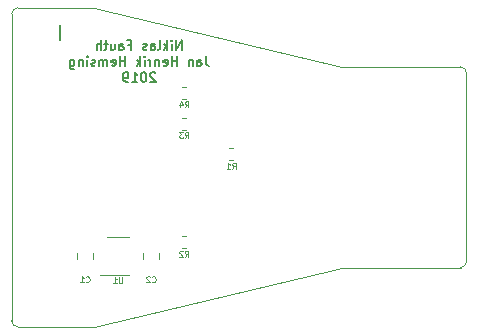
<source format=gbo>
G04 #@! TF.GenerationSoftware,KiCad,Pcbnew,5.0.1*
G04 #@! TF.CreationDate,2019-11-02T01:16:45+01:00*
G04 #@! TF.ProjectId,JlinkBreakout,4A6C696E6B427265616B6F75742E6B69,rev?*
G04 #@! TF.SameCoordinates,Original*
G04 #@! TF.FileFunction,Legend,Bot*
G04 #@! TF.FilePolarity,Positive*
%FSLAX46Y46*%
G04 Gerber Fmt 4.6, Leading zero omitted, Abs format (unit mm)*
G04 Created by KiCad (PCBNEW 5.0.1) date Sat 02 Nov 2019 01:16:45 AM CET*
%MOMM*%
%LPD*%
G01*
G04 APERTURE LIST*
%ADD10C,0.150000*%
%ADD11C,0.050000*%
%ADD12C,0.120000*%
%ADD13C,0.100000*%
G04 APERTURE END LIST*
D10*
X72400000Y-36561904D02*
X72400000Y-35761904D01*
X71942857Y-36561904D01*
X71942857Y-35761904D01*
X71561904Y-36561904D02*
X71561904Y-36028571D01*
X71561904Y-35761904D02*
X71600000Y-35800000D01*
X71561904Y-35838095D01*
X71523809Y-35800000D01*
X71561904Y-35761904D01*
X71561904Y-35838095D01*
X71180952Y-36561904D02*
X71180952Y-35761904D01*
X71104761Y-36257142D02*
X70876190Y-36561904D01*
X70876190Y-36028571D02*
X71180952Y-36333333D01*
X70419047Y-36561904D02*
X70495238Y-36523809D01*
X70533333Y-36447619D01*
X70533333Y-35761904D01*
X69771428Y-36561904D02*
X69771428Y-36142857D01*
X69809523Y-36066666D01*
X69885714Y-36028571D01*
X70038095Y-36028571D01*
X70114285Y-36066666D01*
X69771428Y-36523809D02*
X69847619Y-36561904D01*
X70038095Y-36561904D01*
X70114285Y-36523809D01*
X70152380Y-36447619D01*
X70152380Y-36371428D01*
X70114285Y-36295238D01*
X70038095Y-36257142D01*
X69847619Y-36257142D01*
X69771428Y-36219047D01*
X69428571Y-36523809D02*
X69352380Y-36561904D01*
X69200000Y-36561904D01*
X69123809Y-36523809D01*
X69085714Y-36447619D01*
X69085714Y-36409523D01*
X69123809Y-36333333D01*
X69200000Y-36295238D01*
X69314285Y-36295238D01*
X69390476Y-36257142D01*
X69428571Y-36180952D01*
X69428571Y-36142857D01*
X69390476Y-36066666D01*
X69314285Y-36028571D01*
X69200000Y-36028571D01*
X69123809Y-36066666D01*
X67866666Y-36142857D02*
X68133333Y-36142857D01*
X68133333Y-36561904D02*
X68133333Y-35761904D01*
X67752380Y-35761904D01*
X67104761Y-36561904D02*
X67104761Y-36142857D01*
X67142857Y-36066666D01*
X67219047Y-36028571D01*
X67371428Y-36028571D01*
X67447619Y-36066666D01*
X67104761Y-36523809D02*
X67180952Y-36561904D01*
X67371428Y-36561904D01*
X67447619Y-36523809D01*
X67485714Y-36447619D01*
X67485714Y-36371428D01*
X67447619Y-36295238D01*
X67371428Y-36257142D01*
X67180952Y-36257142D01*
X67104761Y-36219047D01*
X66380952Y-36028571D02*
X66380952Y-36561904D01*
X66723809Y-36028571D02*
X66723809Y-36447619D01*
X66685714Y-36523809D01*
X66609523Y-36561904D01*
X66495238Y-36561904D01*
X66419047Y-36523809D01*
X66380952Y-36485714D01*
X66114285Y-36028571D02*
X65809523Y-36028571D01*
X66000000Y-35761904D02*
X66000000Y-36447619D01*
X65961904Y-36523809D01*
X65885714Y-36561904D01*
X65809523Y-36561904D01*
X65542857Y-36561904D02*
X65542857Y-35761904D01*
X65200000Y-36561904D02*
X65200000Y-36142857D01*
X65238095Y-36066666D01*
X65314285Y-36028571D01*
X65428571Y-36028571D01*
X65504761Y-36066666D01*
X65542857Y-36104761D01*
X74438095Y-37111904D02*
X74438095Y-37683333D01*
X74476190Y-37797619D01*
X74552380Y-37873809D01*
X74666666Y-37911904D01*
X74742857Y-37911904D01*
X73714285Y-37911904D02*
X73714285Y-37492857D01*
X73752380Y-37416666D01*
X73828571Y-37378571D01*
X73980952Y-37378571D01*
X74057142Y-37416666D01*
X73714285Y-37873809D02*
X73790476Y-37911904D01*
X73980952Y-37911904D01*
X74057142Y-37873809D01*
X74095238Y-37797619D01*
X74095238Y-37721428D01*
X74057142Y-37645238D01*
X73980952Y-37607142D01*
X73790476Y-37607142D01*
X73714285Y-37569047D01*
X73333333Y-37378571D02*
X73333333Y-37911904D01*
X73333333Y-37454761D02*
X73295238Y-37416666D01*
X73219047Y-37378571D01*
X73104761Y-37378571D01*
X73028571Y-37416666D01*
X72990476Y-37492857D01*
X72990476Y-37911904D01*
X72000000Y-37911904D02*
X72000000Y-37111904D01*
X72000000Y-37492857D02*
X71542857Y-37492857D01*
X71542857Y-37911904D02*
X71542857Y-37111904D01*
X70857142Y-37873809D02*
X70933333Y-37911904D01*
X71085714Y-37911904D01*
X71161904Y-37873809D01*
X71200000Y-37797619D01*
X71200000Y-37492857D01*
X71161904Y-37416666D01*
X71085714Y-37378571D01*
X70933333Y-37378571D01*
X70857142Y-37416666D01*
X70819047Y-37492857D01*
X70819047Y-37569047D01*
X71200000Y-37645238D01*
X70476190Y-37378571D02*
X70476190Y-37911904D01*
X70476190Y-37454761D02*
X70438095Y-37416666D01*
X70361904Y-37378571D01*
X70247619Y-37378571D01*
X70171428Y-37416666D01*
X70133333Y-37492857D01*
X70133333Y-37911904D01*
X69752380Y-37911904D02*
X69752380Y-37378571D01*
X69752380Y-37530952D02*
X69714285Y-37454761D01*
X69676190Y-37416666D01*
X69600000Y-37378571D01*
X69523809Y-37378571D01*
X69257142Y-37911904D02*
X69257142Y-37378571D01*
X69257142Y-37111904D02*
X69295238Y-37150000D01*
X69257142Y-37188095D01*
X69219047Y-37150000D01*
X69257142Y-37111904D01*
X69257142Y-37188095D01*
X68876190Y-37911904D02*
X68876190Y-37111904D01*
X68800000Y-37607142D02*
X68571428Y-37911904D01*
X68571428Y-37378571D02*
X68876190Y-37683333D01*
X67619047Y-37911904D02*
X67619047Y-37111904D01*
X67619047Y-37492857D02*
X67161904Y-37492857D01*
X67161904Y-37911904D02*
X67161904Y-37111904D01*
X66476190Y-37873809D02*
X66552380Y-37911904D01*
X66704761Y-37911904D01*
X66780952Y-37873809D01*
X66819047Y-37797619D01*
X66819047Y-37492857D01*
X66780952Y-37416666D01*
X66704761Y-37378571D01*
X66552380Y-37378571D01*
X66476190Y-37416666D01*
X66438095Y-37492857D01*
X66438095Y-37569047D01*
X66819047Y-37645238D01*
X66095238Y-37911904D02*
X66095238Y-37378571D01*
X66095238Y-37454761D02*
X66057142Y-37416666D01*
X65980952Y-37378571D01*
X65866666Y-37378571D01*
X65790476Y-37416666D01*
X65752380Y-37492857D01*
X65752380Y-37911904D01*
X65752380Y-37492857D02*
X65714285Y-37416666D01*
X65638095Y-37378571D01*
X65523809Y-37378571D01*
X65447619Y-37416666D01*
X65409523Y-37492857D01*
X65409523Y-37911904D01*
X65066666Y-37873809D02*
X64990476Y-37911904D01*
X64838095Y-37911904D01*
X64761904Y-37873809D01*
X64723809Y-37797619D01*
X64723809Y-37759523D01*
X64761904Y-37683333D01*
X64838095Y-37645238D01*
X64952380Y-37645238D01*
X65028571Y-37607142D01*
X65066666Y-37530952D01*
X65066666Y-37492857D01*
X65028571Y-37416666D01*
X64952380Y-37378571D01*
X64838095Y-37378571D01*
X64761904Y-37416666D01*
X64380952Y-37911904D02*
X64380952Y-37378571D01*
X64380952Y-37111904D02*
X64419047Y-37150000D01*
X64380952Y-37188095D01*
X64342857Y-37150000D01*
X64380952Y-37111904D01*
X64380952Y-37188095D01*
X64000000Y-37378571D02*
X64000000Y-37911904D01*
X64000000Y-37454761D02*
X63961904Y-37416666D01*
X63885714Y-37378571D01*
X63771428Y-37378571D01*
X63695238Y-37416666D01*
X63657142Y-37492857D01*
X63657142Y-37911904D01*
X62933333Y-37378571D02*
X62933333Y-38026190D01*
X62971428Y-38102380D01*
X63009523Y-38140476D01*
X63085714Y-38178571D01*
X63200000Y-38178571D01*
X63276190Y-38140476D01*
X62933333Y-37873809D02*
X63009523Y-37911904D01*
X63161904Y-37911904D01*
X63238095Y-37873809D01*
X63276190Y-37835714D01*
X63314285Y-37759523D01*
X63314285Y-37530952D01*
X63276190Y-37454761D01*
X63238095Y-37416666D01*
X63161904Y-37378571D01*
X63009523Y-37378571D01*
X62933333Y-37416666D01*
X70171428Y-38538095D02*
X70133333Y-38500000D01*
X70057142Y-38461904D01*
X69866666Y-38461904D01*
X69790476Y-38500000D01*
X69752380Y-38538095D01*
X69714285Y-38614285D01*
X69714285Y-38690476D01*
X69752380Y-38804761D01*
X70209523Y-39261904D01*
X69714285Y-39261904D01*
X69219047Y-38461904D02*
X69142857Y-38461904D01*
X69066666Y-38500000D01*
X69028571Y-38538095D01*
X68990476Y-38614285D01*
X68952380Y-38766666D01*
X68952380Y-38957142D01*
X68990476Y-39109523D01*
X69028571Y-39185714D01*
X69066666Y-39223809D01*
X69142857Y-39261904D01*
X69219047Y-39261904D01*
X69295238Y-39223809D01*
X69333333Y-39185714D01*
X69371428Y-39109523D01*
X69409523Y-38957142D01*
X69409523Y-38766666D01*
X69371428Y-38614285D01*
X69333333Y-38538095D01*
X69295238Y-38500000D01*
X69219047Y-38461904D01*
X68190476Y-39261904D02*
X68647619Y-39261904D01*
X68419047Y-39261904D02*
X68419047Y-38461904D01*
X68495238Y-38576190D01*
X68571428Y-38652380D01*
X68647619Y-38690476D01*
X67809523Y-39261904D02*
X67657142Y-39261904D01*
X67580952Y-39223809D01*
X67542857Y-39185714D01*
X67466666Y-39071428D01*
X67428571Y-38919047D01*
X67428571Y-38614285D01*
X67466666Y-38538095D01*
X67504761Y-38500000D01*
X67580952Y-38461904D01*
X67733333Y-38461904D01*
X67809523Y-38500000D01*
X67847619Y-38538095D01*
X67885714Y-38614285D01*
X67885714Y-38804761D01*
X67847619Y-38880952D01*
X67809523Y-38919047D01*
X67733333Y-38957142D01*
X67580952Y-38957142D01*
X67504761Y-38919047D01*
X67466666Y-38880952D01*
X67428571Y-38804761D01*
D11*
X58500000Y-60000000D02*
G75*
G02X58000000Y-59500000I0J500000D01*
G01*
X58000000Y-33500000D02*
G75*
G02X58500000Y-33000000I500000J0D01*
G01*
X96000000Y-38000000D02*
G75*
G02X96500000Y-38500000I0J-500000D01*
G01*
X96500000Y-54500000D02*
G75*
G02X96000000Y-55000000I-500000J0D01*
G01*
X86000000Y-38000000D02*
X65000000Y-33000000D01*
X96000000Y-38000000D02*
X86000000Y-38000000D01*
X96500000Y-54500000D02*
X96500000Y-38500000D01*
X86000000Y-55000000D02*
X96000000Y-55000000D01*
X65000000Y-60000000D02*
X86000000Y-55000000D01*
X65000000Y-33000000D02*
X58500000Y-33000000D01*
X58500000Y-60000000D02*
X65000000Y-60000000D01*
X58000000Y-33500000D02*
X58000000Y-59500000D01*
D12*
G04 #@! TO.C,C2*
X69090000Y-54258578D02*
X69090000Y-53741422D01*
X70510000Y-54258578D02*
X70510000Y-53741422D01*
G04 #@! TO.C,C1*
X64910000Y-54258578D02*
X64910000Y-53741422D01*
X63490000Y-54258578D02*
X63490000Y-53741422D01*
G04 #@! TO.C,U1*
X66100000Y-52390000D02*
X67900000Y-52390000D01*
X67900000Y-55610000D02*
X65450000Y-55610000D01*
G04 #@! TO.C,R4*
X72437221Y-39690000D02*
X72762779Y-39690000D01*
X72437221Y-40710000D02*
X72762779Y-40710000D01*
G04 #@! TO.C,R3*
X72437221Y-43310000D02*
X72762779Y-43310000D01*
X72437221Y-42290000D02*
X72762779Y-42290000D01*
G04 #@! TO.C,R2*
X72437221Y-52290000D02*
X72762779Y-52290000D01*
X72437221Y-53310000D02*
X72762779Y-53310000D01*
G04 #@! TO.C,R1*
X76762779Y-44890000D02*
X76437221Y-44890000D01*
X76762779Y-45910000D02*
X76437221Y-45910000D01*
D10*
G04 #@! TO.C,J1*
X62105000Y-34435000D02*
X62105000Y-35705000D01*
G04 #@! TD*
G04 #@! TO.C,C2*
D13*
X69883333Y-56178571D02*
X69907142Y-56202380D01*
X69978571Y-56226190D01*
X70026190Y-56226190D01*
X70097619Y-56202380D01*
X70145238Y-56154761D01*
X70169047Y-56107142D01*
X70192857Y-56011904D01*
X70192857Y-55940476D01*
X70169047Y-55845238D01*
X70145238Y-55797619D01*
X70097619Y-55750000D01*
X70026190Y-55726190D01*
X69978571Y-55726190D01*
X69907142Y-55750000D01*
X69883333Y-55773809D01*
X69692857Y-55773809D02*
X69669047Y-55750000D01*
X69621428Y-55726190D01*
X69502380Y-55726190D01*
X69454761Y-55750000D01*
X69430952Y-55773809D01*
X69407142Y-55821428D01*
X69407142Y-55869047D01*
X69430952Y-55940476D01*
X69716666Y-56226190D01*
X69407142Y-56226190D01*
G04 #@! TO.C,C1*
X64283333Y-56178571D02*
X64307142Y-56202380D01*
X64378571Y-56226190D01*
X64426190Y-56226190D01*
X64497619Y-56202380D01*
X64545238Y-56154761D01*
X64569047Y-56107142D01*
X64592857Y-56011904D01*
X64592857Y-55940476D01*
X64569047Y-55845238D01*
X64545238Y-55797619D01*
X64497619Y-55750000D01*
X64426190Y-55726190D01*
X64378571Y-55726190D01*
X64307142Y-55750000D01*
X64283333Y-55773809D01*
X63807142Y-56226190D02*
X64092857Y-56226190D01*
X63950000Y-56226190D02*
X63950000Y-55726190D01*
X63997619Y-55797619D01*
X64045238Y-55845238D01*
X64092857Y-55869047D01*
G04 #@! TO.C,U1*
X67380952Y-55826190D02*
X67380952Y-56230952D01*
X67357142Y-56278571D01*
X67333333Y-56302380D01*
X67285714Y-56326190D01*
X67190476Y-56326190D01*
X67142857Y-56302380D01*
X67119047Y-56278571D01*
X67095238Y-56230952D01*
X67095238Y-55826190D01*
X66595238Y-56326190D02*
X66880952Y-56326190D01*
X66738095Y-56326190D02*
X66738095Y-55826190D01*
X66785714Y-55897619D01*
X66833333Y-55945238D01*
X66880952Y-55969047D01*
G04 #@! TO.C,R4*
X72683333Y-41426190D02*
X72850000Y-41188095D01*
X72969047Y-41426190D02*
X72969047Y-40926190D01*
X72778571Y-40926190D01*
X72730952Y-40950000D01*
X72707142Y-40973809D01*
X72683333Y-41021428D01*
X72683333Y-41092857D01*
X72707142Y-41140476D01*
X72730952Y-41164285D01*
X72778571Y-41188095D01*
X72969047Y-41188095D01*
X72254761Y-41092857D02*
X72254761Y-41426190D01*
X72373809Y-40902380D02*
X72492857Y-41259523D01*
X72183333Y-41259523D01*
G04 #@! TO.C,R3*
X72683333Y-44026190D02*
X72850000Y-43788095D01*
X72969047Y-44026190D02*
X72969047Y-43526190D01*
X72778571Y-43526190D01*
X72730952Y-43550000D01*
X72707142Y-43573809D01*
X72683333Y-43621428D01*
X72683333Y-43692857D01*
X72707142Y-43740476D01*
X72730952Y-43764285D01*
X72778571Y-43788095D01*
X72969047Y-43788095D01*
X72516666Y-43526190D02*
X72207142Y-43526190D01*
X72373809Y-43716666D01*
X72302380Y-43716666D01*
X72254761Y-43740476D01*
X72230952Y-43764285D01*
X72207142Y-43811904D01*
X72207142Y-43930952D01*
X72230952Y-43978571D01*
X72254761Y-44002380D01*
X72302380Y-44026190D01*
X72445238Y-44026190D01*
X72492857Y-44002380D01*
X72516666Y-43978571D01*
G04 #@! TO.C,R2*
X72683333Y-54076190D02*
X72850000Y-53838095D01*
X72969047Y-54076190D02*
X72969047Y-53576190D01*
X72778571Y-53576190D01*
X72730952Y-53600000D01*
X72707142Y-53623809D01*
X72683333Y-53671428D01*
X72683333Y-53742857D01*
X72707142Y-53790476D01*
X72730952Y-53814285D01*
X72778571Y-53838095D01*
X72969047Y-53838095D01*
X72492857Y-53623809D02*
X72469047Y-53600000D01*
X72421428Y-53576190D01*
X72302380Y-53576190D01*
X72254761Y-53600000D01*
X72230952Y-53623809D01*
X72207142Y-53671428D01*
X72207142Y-53719047D01*
X72230952Y-53790476D01*
X72516666Y-54076190D01*
X72207142Y-54076190D01*
G04 #@! TO.C,R1*
X76683333Y-46626190D02*
X76850000Y-46388095D01*
X76969047Y-46626190D02*
X76969047Y-46126190D01*
X76778571Y-46126190D01*
X76730952Y-46150000D01*
X76707142Y-46173809D01*
X76683333Y-46221428D01*
X76683333Y-46292857D01*
X76707142Y-46340476D01*
X76730952Y-46364285D01*
X76778571Y-46388095D01*
X76969047Y-46388095D01*
X76207142Y-46626190D02*
X76492857Y-46626190D01*
X76350000Y-46626190D02*
X76350000Y-46126190D01*
X76397619Y-46197619D01*
X76445238Y-46245238D01*
X76492857Y-46269047D01*
G04 #@! TD*
M02*

</source>
